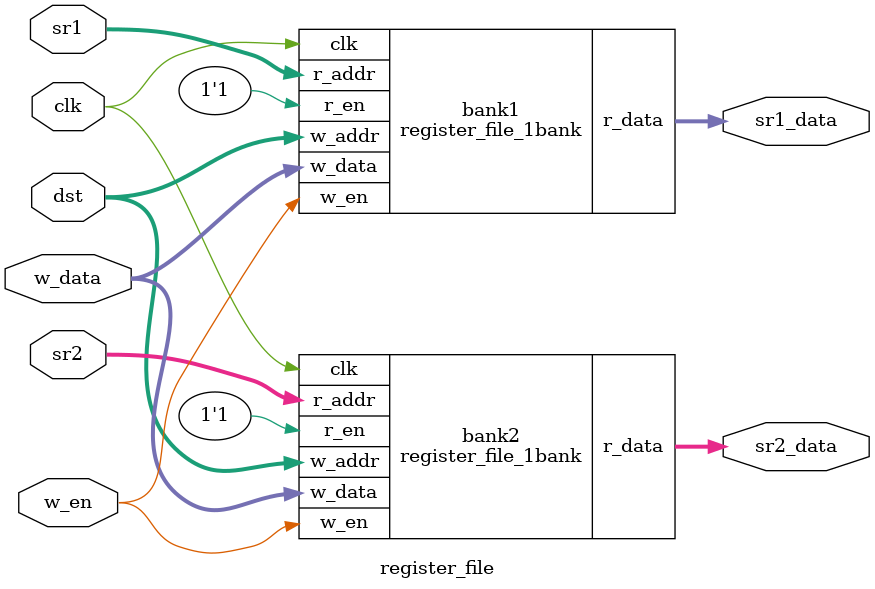
<source format=v>

module register_file_1bank(
    input [15:0] w_data,
    input [2:0] w_addr,
    input [2:0] r_addr,
    input w_en,
    input r_en,
    input clk,
    output reg [15:0] r_data
);
    reg [15:0] registers [0:7];

    always @ (posedge clk) begin
        if(w_en) begin
            registers[w_addr] <= w_data;
        end
        if(r_en) begin
            r_data <= registers[r_addr];
        end
    end

endmodule

module register_file(
    input [15:0] w_data,
    input [2:0] dst,
    input [2:0] sr1,
    input [2:0] sr2,
    input w_en,
    input clk,
    output [15:0] sr1_data,
    output [15:0] sr2_data
);
    register_file_1bank bank1(.w_data(w_data), .w_addr(dst), .w_en(w_en), .clk(clk), .r_addr(sr1), .r_data(sr1_data), .r_en(1'b1));
    register_file_1bank bank2(.w_data(w_data), .w_addr(dst), .w_en(w_en), .clk(clk), .r_addr(sr2), .r_data(sr2_data), .r_en(1'b1));
endmodule
</source>
